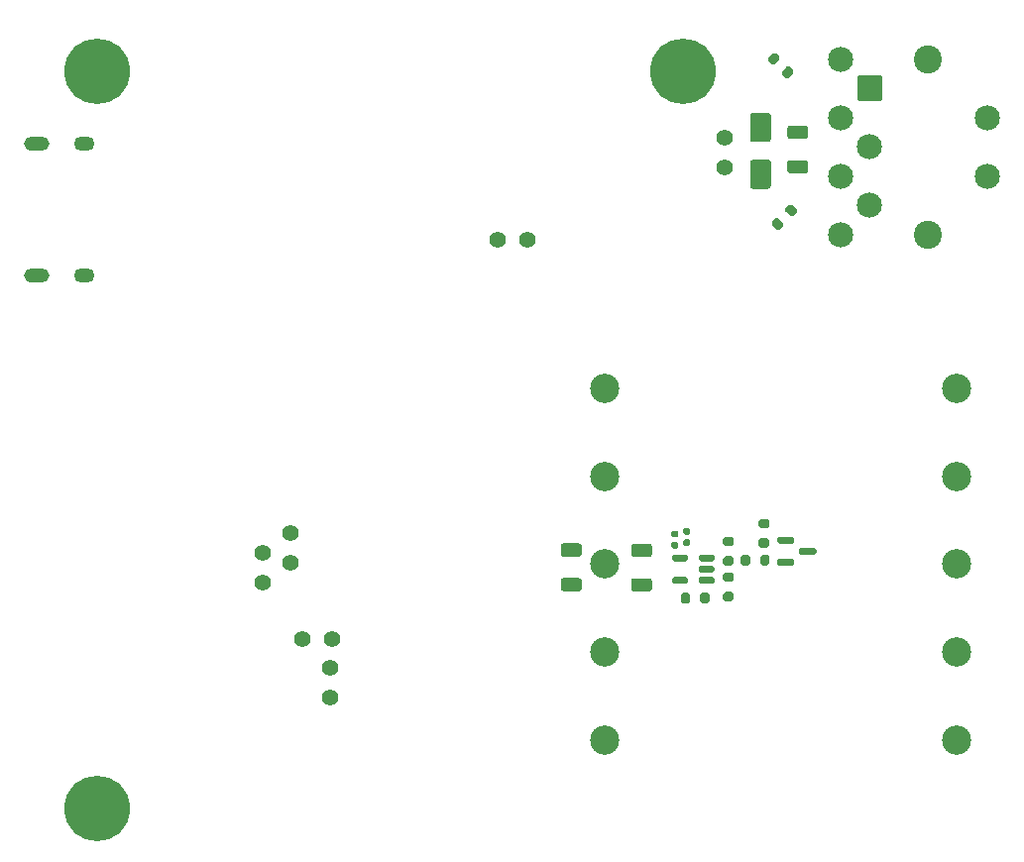
<source format=gbr>
G04 #@! TF.GenerationSoftware,KiCad,Pcbnew,9.0.1+1*
G04 #@! TF.CreationDate,2025-09-08T09:23:55+00:00*
G04 #@! TF.ProjectId,c64psu,63363470-7375-42e6-9b69-6361645f7063,rev?*
G04 #@! TF.SameCoordinates,Original*
G04 #@! TF.FileFunction,Soldermask,Bot*
G04 #@! TF.FilePolarity,Negative*
%FSLAX46Y46*%
G04 Gerber Fmt 4.6, Leading zero omitted, Abs format (unit mm)*
G04 Created by KiCad (PCBNEW 9.0.1+1) date 2025-09-08 09:23:55*
%MOMM*%
%LPD*%
G01*
G04 APERTURE LIST*
%ADD10C,2.500000*%
%ADD11C,1.400000*%
%ADD12C,3.600000*%
%ADD13C,5.600000*%
%ADD14O,1.754000X1.254000*%
%ADD15O,2.154000X1.254000*%
%ADD16C,2.400000*%
%ADD17C,2.154000*%
G04 APERTURE END LIST*
D10*
X183370000Y-69110000D03*
X183370000Y-76610000D03*
X183370000Y-84110000D03*
X183370000Y-91610000D03*
X183370000Y-99110000D03*
X213370000Y-69110000D03*
X213370000Y-76610000D03*
X213370000Y-84110000D03*
X213370000Y-91610000D03*
X213370000Y-99110000D03*
D11*
X157500000Y-90520000D03*
X160040000Y-90520000D03*
X159870000Y-92960001D03*
X159870000Y-95500001D03*
D12*
X190000000Y-42000000D03*
D13*
X190000000Y-42000000D03*
D11*
X156510000Y-84019999D03*
X156510000Y-81479999D03*
D14*
X138850000Y-48155000D03*
X138850000Y-59395000D03*
D15*
X134850000Y-48155000D03*
X134850000Y-59395000D03*
D11*
X154120000Y-83130000D03*
X154120000Y-85670000D03*
D12*
X140000000Y-105000000D03*
D13*
X140000000Y-105000000D03*
D11*
X174170300Y-56365150D03*
X176710300Y-56365150D03*
D16*
X210980000Y-55940000D03*
X210980000Y-40940000D03*
D17*
X215980000Y-50940000D03*
X215980000Y-45940000D03*
G36*
G01*
X206955000Y-44517000D02*
X205005000Y-44517000D01*
G75*
G02*
X204903000Y-44415000I0J102000D01*
G01*
X204903000Y-42465000D01*
G75*
G02*
X205005000Y-42363000I102000J0D01*
G01*
X206955000Y-42363000D01*
G75*
G02*
X207057000Y-42465000I0J-102000D01*
G01*
X207057000Y-44415000D01*
G75*
G02*
X206955000Y-44517000I-102000J0D01*
G01*
G37*
X205980000Y-48440000D03*
X205980000Y-53440000D03*
X203480000Y-45940000D03*
X203480000Y-50940000D03*
X203480000Y-40940000D03*
X203480000Y-55940000D03*
D11*
X193598800Y-50170399D03*
X193598800Y-47630399D03*
D12*
X140000000Y-42000000D03*
D13*
X140000000Y-42000000D03*
G36*
G01*
X197296800Y-52036802D02*
X195996800Y-52036802D01*
G75*
G02*
X195746800Y-51786802I0J250000D01*
G01*
X195746800Y-49786802D01*
G75*
G02*
X195996800Y-49536802I250000J0D01*
G01*
X197296800Y-49536802D01*
G75*
G02*
X197546800Y-49786802I0J-250000D01*
G01*
X197546800Y-51786802D01*
G75*
G02*
X197296800Y-52036802I-250000J0D01*
G01*
G37*
G36*
G01*
X197296800Y-48036800D02*
X195996800Y-48036800D01*
G75*
G02*
X195746800Y-47786800I0J250000D01*
G01*
X195746800Y-45786800D01*
G75*
G02*
X195996800Y-45536800I250000J0D01*
G01*
X197296800Y-45536800D01*
G75*
G02*
X197546800Y-45786800I0J-250000D01*
G01*
X197546800Y-47786800D01*
G75*
G02*
X197296800Y-48036800I-250000J0D01*
G01*
G37*
G36*
G01*
X193628600Y-84830200D02*
X194178600Y-84830200D01*
G75*
G02*
X194378600Y-85030200I0J-200000D01*
G01*
X194378600Y-85430200D01*
G75*
G02*
X194178600Y-85630200I-200000J0D01*
G01*
X193628600Y-85630200D01*
G75*
G02*
X193428600Y-85430200I0J200000D01*
G01*
X193428600Y-85030200D01*
G75*
G02*
X193628600Y-84830200I200000J0D01*
G01*
G37*
G36*
G01*
X193628600Y-86480200D02*
X194178600Y-86480200D01*
G75*
G02*
X194378600Y-86680200I0J-200000D01*
G01*
X194378600Y-87080200D01*
G75*
G02*
X194178600Y-87280200I-200000J0D01*
G01*
X193628600Y-87280200D01*
G75*
G02*
X193428600Y-87080200I0J200000D01*
G01*
X193428600Y-86680200D01*
G75*
G02*
X193628600Y-86480200I200000J0D01*
G01*
G37*
G36*
G01*
X192706400Y-83431201D02*
X192706400Y-83731201D01*
G75*
G02*
X192556400Y-83881201I-150000J0D01*
G01*
X191531400Y-83881201D01*
G75*
G02*
X191381400Y-83731201I0J150000D01*
G01*
X191381400Y-83431201D01*
G75*
G02*
X191531400Y-83281201I150000J0D01*
G01*
X192556400Y-83281201D01*
G75*
G02*
X192706400Y-83431201I0J-150000D01*
G01*
G37*
G36*
G01*
X192706400Y-84381200D02*
X192706400Y-84681200D01*
G75*
G02*
X192556400Y-84831200I-150000J0D01*
G01*
X191531400Y-84831200D01*
G75*
G02*
X191381400Y-84681200I0J150000D01*
G01*
X191381400Y-84381200D01*
G75*
G02*
X191531400Y-84231200I150000J0D01*
G01*
X192556400Y-84231200D01*
G75*
G02*
X192706400Y-84381200I0J-150000D01*
G01*
G37*
G36*
G01*
X192706400Y-85331199D02*
X192706400Y-85631199D01*
G75*
G02*
X192556400Y-85781199I-150000J0D01*
G01*
X191531400Y-85781199D01*
G75*
G02*
X191381400Y-85631199I0J150000D01*
G01*
X191381400Y-85331199D01*
G75*
G02*
X191531400Y-85181199I150000J0D01*
G01*
X192556400Y-85181199D01*
G75*
G02*
X192706400Y-85331199I0J-150000D01*
G01*
G37*
G36*
G01*
X190431400Y-85331199D02*
X190431400Y-85631199D01*
G75*
G02*
X190281400Y-85781199I-150000J0D01*
G01*
X189256400Y-85781199D01*
G75*
G02*
X189106400Y-85631199I0J150000D01*
G01*
X189106400Y-85331199D01*
G75*
G02*
X189256400Y-85181199I150000J0D01*
G01*
X190281400Y-85181199D01*
G75*
G02*
X190431400Y-85331199I0J-150000D01*
G01*
G37*
G36*
G01*
X190431400Y-83431201D02*
X190431400Y-83731201D01*
G75*
G02*
X190281400Y-83881201I-150000J0D01*
G01*
X189256400Y-83881201D01*
G75*
G02*
X189106400Y-83731201I0J150000D01*
G01*
X189106400Y-83431201D01*
G75*
G02*
X189256400Y-83281201I150000J0D01*
G01*
X190281400Y-83281201D01*
G75*
G02*
X190431400Y-83431201I0J-150000D01*
G01*
G37*
G36*
G01*
X179830000Y-82329999D02*
X181130000Y-82329999D01*
G75*
G02*
X181380000Y-82579999I0J-250000D01*
G01*
X181380000Y-83229999D01*
G75*
G02*
X181130000Y-83479999I-250000J0D01*
G01*
X179830000Y-83479999D01*
G75*
G02*
X179580000Y-83229999I0J250000D01*
G01*
X179580000Y-82579999D01*
G75*
G02*
X179830000Y-82329999I250000J0D01*
G01*
G37*
G36*
G01*
X179830000Y-85280001D02*
X181130000Y-85280001D01*
G75*
G02*
X181380000Y-85530001I0J-250000D01*
G01*
X181380000Y-86180001D01*
G75*
G02*
X181130000Y-86430001I-250000J0D01*
G01*
X179830000Y-86430001D01*
G75*
G02*
X179580000Y-86180001I0J250000D01*
G01*
X179580000Y-85530001D01*
G75*
G02*
X179830000Y-85280001I250000J0D01*
G01*
G37*
G36*
G01*
X192283800Y-86745400D02*
X192283800Y-87295400D01*
G75*
G02*
X192083800Y-87495400I-200000J0D01*
G01*
X191683800Y-87495400D01*
G75*
G02*
X191483800Y-87295400I0J200000D01*
G01*
X191483800Y-86745400D01*
G75*
G02*
X191683800Y-86545400I200000J0D01*
G01*
X192083800Y-86545400D01*
G75*
G02*
X192283800Y-86745400I0J-200000D01*
G01*
G37*
G36*
G01*
X190633800Y-86745400D02*
X190633800Y-87295400D01*
G75*
G02*
X190433800Y-87495400I-200000J0D01*
G01*
X190033800Y-87495400D01*
G75*
G02*
X189833800Y-87295400I0J200000D01*
G01*
X189833800Y-86745400D01*
G75*
G02*
X190033800Y-86545400I200000J0D01*
G01*
X190433800Y-86545400D01*
G75*
G02*
X190633800Y-86745400I0J-200000D01*
G01*
G37*
G36*
G01*
X197226600Y-82696000D02*
X196676600Y-82696000D01*
G75*
G02*
X196476600Y-82496000I0J200000D01*
G01*
X196476600Y-82096000D01*
G75*
G02*
X196676600Y-81896000I200000J0D01*
G01*
X197226600Y-81896000D01*
G75*
G02*
X197426600Y-82096000I0J-200000D01*
G01*
X197426600Y-82496000D01*
G75*
G02*
X197226600Y-82696000I-200000J0D01*
G01*
G37*
G36*
G01*
X197226600Y-81046000D02*
X196676600Y-81046000D01*
G75*
G02*
X196476600Y-80846000I0J200000D01*
G01*
X196476600Y-80446000D01*
G75*
G02*
X196676600Y-80246000I200000J0D01*
G01*
X197226600Y-80246000D01*
G75*
G02*
X197426600Y-80446000I0J-200000D01*
G01*
X197426600Y-80846000D01*
G75*
G02*
X197226600Y-81046000I-200000J0D01*
G01*
G37*
G36*
G01*
X199350551Y-53396940D02*
X199739460Y-53785849D01*
G75*
G02*
X199739460Y-54068691I-141421J-141421D01*
G01*
X199456617Y-54351534D01*
G75*
G02*
X199173775Y-54351534I-141421J141421D01*
G01*
X198784866Y-53962625D01*
G75*
G02*
X198784866Y-53679783I141421J141421D01*
G01*
X199067709Y-53396940D01*
G75*
G02*
X199350551Y-53396940I141421J-141421D01*
G01*
G37*
G36*
G01*
X198183825Y-54563666D02*
X198572734Y-54952575D01*
G75*
G02*
X198572734Y-55235417I-141421J-141421D01*
G01*
X198289891Y-55518260D01*
G75*
G02*
X198007049Y-55518260I-141421J141421D01*
G01*
X197618140Y-55129351D01*
G75*
G02*
X197618140Y-54846509I141421J141421D01*
G01*
X197900983Y-54563666D01*
G75*
G02*
X198183825Y-54563666I141421J-141421D01*
G01*
G37*
G36*
G01*
X199170000Y-46619999D02*
X200470000Y-46619999D01*
G75*
G02*
X200720000Y-46869999I0J-250000D01*
G01*
X200720000Y-47519999D01*
G75*
G02*
X200470000Y-47769999I-250000J0D01*
G01*
X199170000Y-47769999D01*
G75*
G02*
X198920000Y-47519999I0J250000D01*
G01*
X198920000Y-46869999D01*
G75*
G02*
X199170000Y-46619999I250000J0D01*
G01*
G37*
G36*
G01*
X199170000Y-49570001D02*
X200470000Y-49570001D01*
G75*
G02*
X200720000Y-49820001I0J-250000D01*
G01*
X200720000Y-50470001D01*
G75*
G02*
X200470000Y-50720001I-250000J0D01*
G01*
X199170000Y-50720001D01*
G75*
G02*
X198920000Y-50470001I0J250000D01*
G01*
X198920000Y-49820001D01*
G75*
G02*
X199170000Y-49570001I250000J0D01*
G01*
G37*
G36*
G01*
X194964600Y-84044200D02*
X194964600Y-83494200D01*
G75*
G02*
X195164600Y-83294200I200000J0D01*
G01*
X195564600Y-83294200D01*
G75*
G02*
X195764600Y-83494200I0J-200000D01*
G01*
X195764600Y-84044200D01*
G75*
G02*
X195564600Y-84244200I-200000J0D01*
G01*
X195164600Y-84244200D01*
G75*
G02*
X194964600Y-84044200I0J200000D01*
G01*
G37*
G36*
G01*
X196614600Y-84044200D02*
X196614600Y-83494200D01*
G75*
G02*
X196814600Y-83294200I200000J0D01*
G01*
X197214600Y-83294200D01*
G75*
G02*
X197414600Y-83494200I0J-200000D01*
G01*
X197414600Y-84044200D01*
G75*
G02*
X197214600Y-84244200I-200000J0D01*
G01*
X196814600Y-84244200D01*
G75*
G02*
X196614600Y-84044200I0J200000D01*
G01*
G37*
G36*
G01*
X189161600Y-81259200D02*
X189501600Y-81259200D01*
G75*
G02*
X189641600Y-81399200I0J-140000D01*
G01*
X189641600Y-81679200D01*
G75*
G02*
X189501600Y-81819200I-140000J0D01*
G01*
X189161600Y-81819200D01*
G75*
G02*
X189021600Y-81679200I0J140000D01*
G01*
X189021600Y-81399200D01*
G75*
G02*
X189161600Y-81259200I140000J0D01*
G01*
G37*
G36*
G01*
X189161600Y-82219200D02*
X189501600Y-82219200D01*
G75*
G02*
X189641600Y-82359200I0J-140000D01*
G01*
X189641600Y-82639200D01*
G75*
G02*
X189501600Y-82779200I-140000J0D01*
G01*
X189161600Y-82779200D01*
G75*
G02*
X189021600Y-82639200I0J140000D01*
G01*
X189021600Y-82359200D01*
G75*
G02*
X189161600Y-82219200I140000J0D01*
G01*
G37*
G36*
G01*
X198070600Y-84107200D02*
X198070600Y-83807200D01*
G75*
G02*
X198220600Y-83657200I150000J0D01*
G01*
X199395600Y-83657200D01*
G75*
G02*
X199545600Y-83807200I0J-150000D01*
G01*
X199545600Y-84107200D01*
G75*
G02*
X199395600Y-84257200I-150000J0D01*
G01*
X198220600Y-84257200D01*
G75*
G02*
X198070600Y-84107200I0J150000D01*
G01*
G37*
G36*
G01*
X198070600Y-82207200D02*
X198070600Y-81907200D01*
G75*
G02*
X198220600Y-81757200I150000J0D01*
G01*
X199395600Y-81757200D01*
G75*
G02*
X199545600Y-81907200I0J-150000D01*
G01*
X199545600Y-82207200D01*
G75*
G02*
X199395600Y-82357200I-150000J0D01*
G01*
X198220600Y-82357200D01*
G75*
G02*
X198070600Y-82207200I0J150000D01*
G01*
G37*
G36*
G01*
X199945601Y-83157200D02*
X199945601Y-82857200D01*
G75*
G02*
X200095601Y-82707200I150000J0D01*
G01*
X201270601Y-82707200D01*
G75*
G02*
X201420601Y-82857200I0J-150000D01*
G01*
X201420601Y-83157200D01*
G75*
G02*
X201270601Y-83307200I-150000J0D01*
G01*
X200095601Y-83307200D01*
G75*
G02*
X199945601Y-83157200I0J150000D01*
G01*
G37*
G36*
G01*
X185840000Y-82349999D02*
X187140000Y-82349999D01*
G75*
G02*
X187390000Y-82599999I0J-250000D01*
G01*
X187390000Y-83249999D01*
G75*
G02*
X187140000Y-83499999I-250000J0D01*
G01*
X185840000Y-83499999D01*
G75*
G02*
X185590000Y-83249999I0J250000D01*
G01*
X185590000Y-82599999D01*
G75*
G02*
X185840000Y-82349999I250000J0D01*
G01*
G37*
G36*
G01*
X185840000Y-85300001D02*
X187140000Y-85300001D01*
G75*
G02*
X187390000Y-85550001I0J-250000D01*
G01*
X187390000Y-86200001D01*
G75*
G02*
X187140000Y-86450001I-250000J0D01*
G01*
X185840000Y-86450001D01*
G75*
G02*
X185590000Y-86200001I0J250000D01*
G01*
X185590000Y-85550001D01*
G75*
G02*
X185840000Y-85300001I250000J0D01*
G01*
G37*
G36*
G01*
X190517600Y-82548000D02*
X190177600Y-82548000D01*
G75*
G02*
X190037600Y-82408000I0J140000D01*
G01*
X190037600Y-82128000D01*
G75*
G02*
X190177600Y-81988000I140000J0D01*
G01*
X190517600Y-81988000D01*
G75*
G02*
X190657600Y-82128000I0J-140000D01*
G01*
X190657600Y-82408000D01*
G75*
G02*
X190517600Y-82548000I-140000J0D01*
G01*
G37*
G36*
G01*
X190517600Y-81588000D02*
X190177600Y-81588000D01*
G75*
G02*
X190037600Y-81448000I0J140000D01*
G01*
X190037600Y-81168000D01*
G75*
G02*
X190177600Y-81028000I140000J0D01*
G01*
X190517600Y-81028000D01*
G75*
G02*
X190657600Y-81168000I0J-140000D01*
G01*
X190657600Y-81448000D01*
G75*
G02*
X190517600Y-81588000I-140000J0D01*
G01*
G37*
G36*
G01*
X197313340Y-40831849D02*
X197702249Y-40442940D01*
G75*
G02*
X197985091Y-40442940I141421J-141421D01*
G01*
X198267934Y-40725783D01*
G75*
G02*
X198267934Y-41008625I-141421J-141421D01*
G01*
X197879025Y-41397534D01*
G75*
G02*
X197596183Y-41397534I-141421J141421D01*
G01*
X197313340Y-41114691D01*
G75*
G02*
X197313340Y-40831849I141421J141421D01*
G01*
G37*
G36*
G01*
X198480066Y-41998575D02*
X198868975Y-41609666D01*
G75*
G02*
X199151817Y-41609666I141421J-141421D01*
G01*
X199434660Y-41892509D01*
G75*
G02*
X199434660Y-42175351I-141421J-141421D01*
G01*
X199045751Y-42564260D01*
G75*
G02*
X198762909Y-42564260I-141421J141421D01*
G01*
X198480066Y-42281417D01*
G75*
G02*
X198480066Y-41998575I141421J141421D01*
G01*
G37*
G36*
G01*
X194178600Y-84232200D02*
X193628600Y-84232200D01*
G75*
G02*
X193428600Y-84032200I0J200000D01*
G01*
X193428600Y-83632200D01*
G75*
G02*
X193628600Y-83432200I200000J0D01*
G01*
X194178600Y-83432200D01*
G75*
G02*
X194378600Y-83632200I0J-200000D01*
G01*
X194378600Y-84032200D01*
G75*
G02*
X194178600Y-84232200I-200000J0D01*
G01*
G37*
G36*
G01*
X194178600Y-82582200D02*
X193628600Y-82582200D01*
G75*
G02*
X193428600Y-82382200I0J200000D01*
G01*
X193428600Y-81982200D01*
G75*
G02*
X193628600Y-81782200I200000J0D01*
G01*
X194178600Y-81782200D01*
G75*
G02*
X194378600Y-81982200I0J-200000D01*
G01*
X194378600Y-82382200D01*
G75*
G02*
X194178600Y-82582200I-200000J0D01*
G01*
G37*
M02*

</source>
